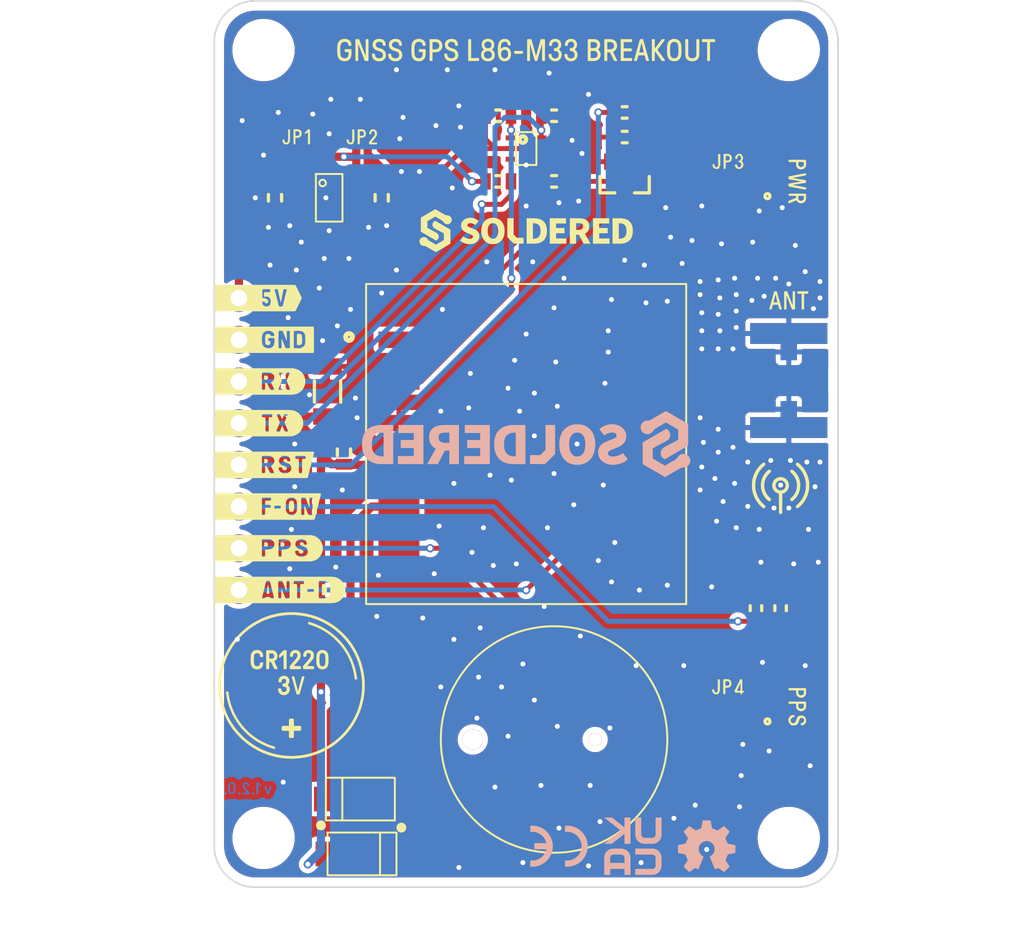
<source format=kicad_pcb>
(kicad_pcb (version 20211014) (generator pcbnew)
  (title_block (title "GNSS GPS L86-M33 breakout") (date "2022-12-08") (rev "V1.2.0") (company "SOLDERED") (comment 1 "333201"))
  (layers (0 "F.Cu" signal) (31 "B.Cu" signal) (34 "B.Paste" user) (35 "F.Paste" user) (36 "B.SilkS" user "B.Silkscreen") (37 "F.SilkS" user "F.Silkscreen") (38 "B.Mask" user) (39 "F.Mask" user) (44 "Edge.Cuts" user))
  (net 0 "")
  (net 1 "GND")
  (net 2 "3V3")
  (net 3 "Net-(C3-Pad2)")
  (net 4 "V_BCKP")
  (net 5 "Net-(D2-Pad1)")
  (net 6 "5V")
  (net 7 "ANT")
  (net 8 "ANT_DET")
  (net 9 "PPS")
  (net 10 "FORCE_ON")
  (net 11 "RESET")
  (net 12 "TX5")
  (net 13 "RX5")
  (net 14 "Net-(Q1-Pad1)")
  (net 15 "Net-(Q1-Pad3)")
  (net 16 "Net-(R1-Pad2)")
  (net 17 "TX3V3")
  (net 18 "RX3V3")
  (net 21 "Net-(D3-Pad1)")
  (net 22 "Net-(D4-Pad1)")
  (net 23 "Net-(JP3-Pad2)")
  (net 24 "Net-(JP4-Pad2)")
  (footprint "e-radionica.com footprinti:CR1220_HOLDER" (layer "F.Cu") (at 119.7 131 -90)
    (fp_text reference "K2")
    (fp_text value "CR1220_HOLDER")
  )
  (footprint "e-radionica.com footprinti:0603R" (layer "F.Cu") (at 125 94.3 180)
    (fp_text reference "R6")
    (fp_text value "47k")
  )
  (footprint "e-radionica.com footprinti:HOLE_3.2mm" (layer "F.Cu") (at 135 89)
    (fp_text reference "H3" hide)
    (fp_text value "HOLE_3.2mm" hide)
  )
  (footprint "e-radionica.com footprinti:0402R" (layer "F.Cu") (at 133 129 90)
    (fp_text reference "R10")
    (fp_text value "2k2")
  )
  (footprint "e-radionica.com footprinti:SOT-23-5" (layer "F.Cu") (at 107 98)
    (fp_text reference "U3")
    (fp_text value "SE5218")
  )
  (footprint "buzzardLabel" (layer "F.Cu") (at 135.5 97 -90)
    (fp_text reference "")
    (fp_text value "")
  )
  (footprint "e-radionica.com footprinti:0603C" (layer "F.Cu") (at 103.7 98 90)
    (fp_text reference "C3")
    (fp_text value "2u2")
  )
  (footprint "e-radionica.com footprinti:SMD-JUMPER-CONNECTED_TRACE_SLODERMASK" (layer "F.Cu") (at 131.3 97)
    (fp_text reference "JP3")
    (fp_text value "SMD-JUMPER-CONNECTED_TRACE_SLODERMASK")
  )
  (footprint "Soldered Graphics:Logo-Back-UKCA-3.5mm" (layer "F.Cu") (at 125.5 137.5)
    (fp_text reference "REF**" hide)
    (fp_text value "Logo-Back-UKCA-3.5mm" hide)
  )
  (footprint "e-radionica.com footprinti:0603C" (layer "F.Cu") (at 107.9 113.5 -90)
    (fp_text reference "C1")
    (fp_text value "100n")
  )
  (footprint "e-radionica.com footprinti:SOT-23-3" (layer "F.Cu") (at 125 97 -90)
    (fp_text reference "Q1")
    (fp_text value "NPN-SOT-23-3")
  )
  (footprint "buzzardLabel" (layer "F.Cu") (at 135.5 129 -90)
    (fp_text reference "")
    (fp_text value "")
  )
  (footprint "e-radionica.com footprinti:0603R" (layer "F.Cu") (at 117.3 97)
    (fp_text reference "R4")
    (fp_text value "10k")
  )
  (footprint "buzzardLabel" (layer "F.Cu") (at 99.6 121.89)
    (fp_text reference "")
    (fp_text value "")
  )
  (footprint "e-radionica.com footprinti:0603C" (layer "F.Cu") (at 110.2 98 90)
    (fp_text reference "C4")
    (fp_text value "2u2")
  )
  (footprint "Soldered Graphics:Logo-Back-CE-3.5mm" (layer "F.Cu") (at 121 137.5)
    (fp_text reference "REF**" hide)
    (fp_text value "Logo-Back-CE-3.5mm" hide)
  )
  (footprint "Soldered Graphics:Symbol-Front-CR1220" (layer "F.Cu") (at 104.7 127.7)
    (fp_text reference "REF**" hide)
    (fp_text value "Symbol-Front-CR1220" hide)
  )
  (footprint "kibuzzard-6391DAF4" (layer "F.Cu") (at 119 89)
    (fp_text reference "kibuzzard-6391DAF4" hide)
    (fp_text value "G***" hide)
  )
  (footprint "e-radionica.com footprinti:SMD-JUMPER-CONNECTED_TRACE_SLODERMASK" (layer "F.Cu") (at 131.3 129)
    (fp_text reference "JP4")
    (fp_text value "SMD-JUMPER-CONNECTED_TRACE_SLODERMASK")
  )
  (footprint "kibuzzard-62FB46FA" (layer "F.Cu") (at 135 104.25)
    (fp_text reference "kibuzzard-62FB46FA" hide)
    (fp_text value "G***" hide)
  )
  (footprint "buzzardLabel" (layer "F.Cu") (at 105 94.3)
    (fp_text reference "")
    (fp_text value "")
  )
  (footprint "e-radionica.com footprinti:0603R" (layer "F.Cu") (at 134.5 123 -90)
    (fp_text reference "R5")
    (fp_text value "10k")
  )
  (footprint "Soldered Graphics:Logo-Back-OSH-3.5mm" (layer "F.Cu") (at 130 137.5)
    (fp_text reference "G***" hide)
    (fp_text value "LOGO" hide)
  )
  (footprint "e-radionica.com footprinti:SOT-363" (layer "F.Cu") (at 119 95)
    (fp_text reference "U1")
    (fp_text value "NMOS-DUAL")
  )
  (footprint "e-radionica.com footprinti:0603R" (layer "F.Cu") (at 117.3 93)
    (fp_text reference "R3")
    (fp_text value "10k")
  )
  (footprint "e-radionica.com footprinti:0402R" (layer "F.Cu") (at 133 97 90)
    (fp_text reference "R9")
    (fp_text value "2k2")
  )
  (footprint "e-radionica.com footprinti:HEADER_MALE_8X1" (layer "F.Cu") (at 101.5 113 90)
    (fp_text reference "K3")
    (fp_text value "HEADER_MALE_8X1")
  )
  (footprint "buzzardLabel" (layer "F.Cu") (at 99.6 114.27)
    (fp_text reference "")
    (fp_text value "")
  )
  (footprint "Soldered Graphics:Logo-Front-SolderedFULL-13mm" (layer "F.Cu") (at 119 100)
    (fp_text reference "REF**" hide)
    (fp_text value "Logo-Front-SolderedFULL-13mm" hide)
  )
  (footprint "e-radionica.com footprinti:M4_DIODA" (layer "F.Cu") (at 109 137.97)
    (fp_text reference "D1")
    (fp_text value "M4_DIODA")
  )
  (footprint "buzzardLabel" (layer "F.Cu") (at 99.6 109.19)
    (fp_text reference "")
    (fp_text value "")
  )
  (footprint "e-radionica.com footprinti:0402LED" (layer "F.Cu") (at 134.3 129 -90)
    (fp_text reference "D4")
    (fp_text value "blue")
  )
  (footprint "buzzardLabel" (layer "F.Cu") (at 99.6 111.73)
    (fp_text reference "")
    (fp_text value "")
  )
  (footprint "e-radionica.com footprinti:0603R" (layer "F.Cu") (at 125 92.8)
    (fp_text reference "R2")
    (fp_text value "4k7")
  )
  (footprint "e-radionica.com footprinti:L86-M33" (layer "F.Cu") (at 119 113 180)
    (fp_text reference "U2")
    (fp_text value "L86-M33")
  )
  (footprint "buzzardLabel" (layer "F.Cu") (at 109 94.3)
    (fp_text reference "")
    (fp_text value "")
  )
  (footprint "buzzardLabel" (layer "F.Cu") (at 131.3 95.8)
    (fp_text reference "")
    (fp_text value "")
  )
  (footprint "e-radionica.com footprinti:SMD-JUMPER-CONNECTED_TRACE_SLODERMASK" (layer "F.Cu") (at 105 95.5)
    (fp_text reference "JP1")
    (fp_text value "SMD-JUMPER-CONNECTED_TRACE_SLODERMASK")
  )
  (footprint "buzzardLabel" (layer "F.Cu") (at 99.6 116.81)
    (fp_text reference "")
    (fp_text value "")
  )
  (footprint "e-radionica.com footprinti:HOLE_3.2mm" (layer "F.Cu") (at 135 137)
    (fp_text reference "H4" hide)
    (fp_text value "HOLE_3.2mm" hide)
  )
  (footprint "e-radionica.com footprinti:HOLE_3.2mm" (layer "F.Cu") (at 103 89)
    (fp_text reference "H2" hide)
    (fp_text value "HOLE_3.2mm" hide)
  )
  (footprint "e-radionica.com footprinti:IPX connector with SMA" (layer "F.Cu") (at 135 112 90)
    (fp_text reference "K1")
    (fp_text value "IPX connector with SMA")
  )
  (footprint "e-radionica.com footprinti:0603R" (layer "F.Cu") (at 133 123 90)
    (fp_text reference "R1")
    (fp_text value "5k1")
  )
  (footprint "e-radionica.com footprinti:1206C" (layer "F.Cu") (at 106.9 109.8 -90)
    (fp_text reference "C2")
    (fp_text value "10u")
  )
  (footprint "buzzardLabel" (layer "F.Cu") (at 99.6 104.11)
    (fp_text reference "")
    (fp_text value "")
  )
  (footprint "buzzardLabel" (layer "F.Cu") (at 131.3 127.8)
    (fp_text reference "")
    (fp_text value "")
  )
  (footprint "e-radionica.com footprinti:0603R" (layer "F.Cu") (at 120.7 97)
    (fp_text reference "R8")
    (fp_text value "10k")
  )
  (footprint "buzzardLabel" (layer "F.Cu") (at 99.6 119.35)
    (fp_text reference "")
    (fp_text value "")
  )
  (footprint "e-radionica.com footprinti:SMD_JUMPER" (layer "F.Cu") (at 109 95.5)
    (fp_text reference "JP2")
    (fp_text value "SMD_JUMPER")
  )
  (footprint "e-radionica.com footprinti:0402LED" (layer "F.Cu") (at 134.3 97 -90)
    (fp_text reference "D3")
    (fp_text value "purple")
  )
  (footprint "e-radionica.com footprinti:FIDUCIAL_23" (layer "F.Cu") (at 115.3 136.7)
    (fp_text reference "FD1")
    (fp_text value "FIDUCIAL")
  )
  (footprint "buzzardLabel" (layer "F.Cu") (at 99.6 106.65)
    (fp_text reference "")
    (fp_text value "")
  )
  (footprint "e-radionica.com footprinti:HOLE_3.2mm" (layer "F.Cu") (at 103 137)
    (fp_text reference "H1" hide)
    (fp_text value "HOLE_3.2mm" hide)
  )
  (footprint "e-radionica.com footprinti:M4_DIODA" (layer "F.Cu") (at 108.9 134.63 180)
    (fp_text reference "D2")
    (fp_text value "M4_DIODA")
  )
  (footprint "e-radionica.com footprinti:0603R" (layer "F.Cu") (at 120.7 93)
    (fp_text reference "R7")
    (fp_text value "10k")
  )
  (footprint "Soldered Graphics:Symbol-Front-Antenna" (layer "F.Cu") (at 134.5 115.7)
    (fp_text reference "G***" hide)
    (fp_text value "LOGO" hide)
  )
  (footprint "Soldered Graphics:Logo-Back-SolderedFULL-20mm" (layer "F.Cu") (at 119 113)
    (fp_text reference "REF**" hide)
    (fp_text value "Logo-Front-SolderedFULL-20mm" hide)
  )
  (footprint "Soldered Graphics:Version1.2.0" (layer "B.Cu") (at 102 134 180)
    (fp_text reference "REF**" hide)
    (fp_text value "Version1.2.0" hide)
  )
  (gr_line (start 102.5 86) (end 135.5 86) (layer "Edge.Cuts") (width 0.1))
  (gr_line (start 138 88.5) (end 138 137.5) (layer "Edge.Cuts") (width 0.1))
  (gr_arc (start 138 137.5) (mid 137.267767 139.267767) (end 135.5 140) (layer "Edge.Cuts") (width 0.1))
  (gr_line (start 135.5 140) (end 102.5 140) (layer "Edge.Cuts") (width 0.1))
  (gr_arc (start 102.5 140) (mid 100.732233 139.267767) (end 100 137.5) (layer "Edge.Cuts") (width 0.1))
  (gr_arc (start 100 88.5) (mid 100.732233 86.732233) (end 102.5 86) (layer "Edge.Cuts") (width 0.1))
  (gr_arc (start 135.5 86) (mid 137.267767 86.732233) (end 138 88.5) (layer "Edge.Cuts") (width 0.1))
  (gr_line (start 100 137.5) (end 100 88.5) (layer "Edge.Cuts") (width 0.1))
  (via (at 103.9 92.8) (size 0.5) (drill 0.3) (layers "F.Cu" "B.Cu") (net 1))
  (via (at 106 92.9) (size 0.5) (drill 0.3) (layers "F.Cu" "B.Cu") (net 1))
  (via (at 114.9 92.4) (size 0.5) (drill 0.3) (layers "F.Cu" "B.Cu") (net 1))
  (via (at 107.5 105.8) (size 0.5) (drill 0.3) (layers "F.Cu" "B.Cu") (net 1))
  (via (at 129.6 103.1) (size 0.5) (drill 0.3) (layers "F.Cu" "B.Cu") (net 1))
  (via (at 122.8 91.7) (size 0.5) (drill 0.3) (layers "F.Cu" "B.Cu") (net 1))
  (via (at 107 94.1) (size 0.5) (drill 0.3) (layers "F.Cu" "B.Cu") (net 1))
  (via (at 120.7 114.8) (size 0.5) (drill 0.3) (layers "F.Cu" "B.Cu") (net 1))
  (via (at 111.1 102.4) (size 0.5) (drill 0.3) (layers "F.Cu" "B.Cu") (net 1))
  (via (at 130.8 104.1) (size 0.5) (drill 0.3) (layers "F.Cu" "B.Cu") (net 1))
  (via (at 130.7 107.2) (size 0.5) (drill 0.3) (layers "F.Cu" "B.Cu") (net 1))
  (via (at 119 96) (size 0.5) (drill 0.3) (layers "F.Cu" "B.Cu") (net 1))
  (via (at 107.4 120.5) (size 0.5) (drill 0.3) (layers "F.Cu" "B.Cu") (net 1))
  (via (at 120.3 118.1) (size 0.5) (drill 0.3) (layers "F.Cu" "B.Cu") (net 1))
  (via (at 124.2 104.2) (size 0.5) (drill 0.3) (layers "F.Cu" "B.Cu") (net 1))
  (via (at 123.5 136) (size 0.5) (drill 0.3) (layers "F.Cu" "B.Cu") (net 1))
  (via (at 125 101.8) (size 0.5) (drill 0.3) (layers "F.Cu" "B.Cu") (net 1))
  (via (at 124.1 130.3) (size 0.5) (drill 0.3) (layers "F.Cu" "B.Cu") (net 1))
  (via (at 132.5 114.1) (size 0.5) (drill 0.3) (layers "F.Cu" "B.Cu") (net 1))
  (via (at 131 116.5) (size 0.5) (drill 0.3) (layers "F.Cu" "B.Cu") (net 1))
  (via (at 123.8 109.3) (size 0.5) (drill 0.3) (layers "F.Cu" "B.Cu") (net 1))
  (via (at 136.9 114.1) (size 0.5) (drill 0.3) (layers "F.Cu" "B.Cu") (net 1))
  (via (at 136.9 103.1) (size 0.5) (drill 0.3) (layers "F.Cu" "B.Cu") (net 1))
  (via (at 118.1 115.2) (size 0.5) (drill 0.3) (layers "F.Cu" "B.Cu") (net 1))
  (via (at 133.2 98.8) (size 0.5) (drill 0.3) (layers "F.Cu" "B.Cu") (net 1))
  (via (at 113.4 120.9) (size 0.5) (drill 0.3) (layers "F.Cu" "B.Cu") (net 1))
  (via (at 130.5 115.1) (size 0.5) (drill 0.3) (layers "F.Cu" "B.Cu") (net 1))
  (via (at 120.1 122.9) (size 0.5) (drill 0.3) (layers "F.Cu" "B.Cu") (net 1))
  (via (at 105 102.4) (size 0.5) (drill 0.3) (layers "F.Cu" "B.Cu") (net 1))
  (via (at 113.8 127.8) (size 0.5) (drill 0.3) (layers "F.Cu" "B.Cu") (net 1))
  (via (at 114.6 115.4) (size 0.5) (drill 0.3) (layers "F.Cu" "B.Cu") (net 1))
  (via (at 136.5 104.75) (size 0.5) (drill 0.3) (layers "F.Cu" "B.Cu") (net 1))
  (via (at 115.6 108.7) (size 0.5) (drill 0.3) (layers "F.Cu" "B.Cu") (net 1))
  (via (at 136.8 120.2) (size 0.5) (drill 0.3) (layers "F.Cu" "B.Cu") (net 1))
  (via (at 103.3 99.8) (size 0.5) (drill 0.3) (layers "F.Cu" "B.Cu") (net 1))
  (via (at 116.6 101.9) (size 0.5) (drill 0.3) (layers "F.Cu" "B.Cu") (net 1))
  (via (at 101.7 93.3) (size 0.5) (drill 0.3) (layers "F.Cu" "B.Cu") (net 1))
  (via (at 117 120.4) (size 0.5) (drill 0.3) (layers "F.Cu" "B.Cu") (net 1))
  (via (at 128.6 126.5) (size 0.5) (drill 0.3) (layers "F.Cu" "B.Cu") (net 1))
  (via (at 124.2 121.4) (size 0.5) (drill 0.3) (layers "F.Cu" "B.Cu") (net 1))
  (via (at 122.9 133.8) (size 0.5) (drill 0.3) (layers "F.Cu" "B.Cu") (net 1))
  (via (at 122.2 98.2) (size 0.5) (drill 0.3) (layers "F.Cu" "B.Cu") (net 1))
  (via (at 110 121) (size 0.5) (drill 0.3) (layers "F.Cu" "B.Cu") (net 1))
  (via (at 120.9 110.7) (size 0.5) (drill 0.3) (layers "F.Cu" "B.Cu") (net 1))
  (via (at 130.7 113.5) (size 0.5) (drill 0.3) (layers "F.Cu" "B.Cu") (net 1))
  (via (at 118.8 138.5) (size 0.5) (drill 0.3) (layers "F.Cu" "B.Cu") (net 1))
  (via (at 129.7 98.5) (size 0.5) (drill 0.3) (layers "F.Cu" "B.Cu") (net 1))
  (via (at 113.7 118) (size 0.5) (drill 0.3) (layers "F.Cu" "B.Cu") (net 1))
  (via (at 105.3 100.7) (size 0.5) (drill 0.3) (layers "F.Cu" "B.Cu") (net 1))
  (via (at 129.7 114.4) (size 0.5) (drill 0.3) (layers "F.Cu" "B.Cu") (net 1))
  (via (at 106.7 101.7) (size 0.5) (drill 0.3) (layers "F.Cu" "B.Cu") (net 1))
  (via (at 103 95.4) (size 0.5) (drill 0.3) (layers "F.Cu" "B.Cu") (net 1))
  (via (at 118.8 126.4) (size 0.5) (drill 0.3) (layers "F.Cu" "B.Cu") (net 1))
  (via (at 121.3 102.9) (size 0.5) (drill 0.3) (layers "F.Cu" "B.Cu") (net 1))
  (via (at 119.5 128.6) (size 0.5) (drill 0.3) (layers "F.Cu" "B.Cu") (net 1))
  (via (at 126.2 102.1) (size 0.5) (drill 0.3) (layers "F.Cu" "B.Cu") (net 1))
  (via (at 135.4 100.9) (size 0.5) (drill 0.3) (layers "F.Cu" "B.Cu") (net 1))
  (via (at 121.9 116.7) (size 0.5) (drill 0.3) (layers "F.Cu" "B.Cu") (net 1))
  (via (at 107 100) (size 0.5) (drill 0.3) (layers "F.Cu" "B.Cu") (net 1))
  (via (at 131.8 104.9) (size 0.5) (drill 0.3) (layers "F.Cu" "B.Cu") (net 1))
  (via (at 121 98.3) (size 0.5) (drill 0.3) (layers "F.Cu" "B.Cu") (net 1))
  (via (at 115.7 119.6) (size 0.5) (drill 0.3) (layers "F.Cu" "B.Cu") (net 1))
  (via (at 114.9 138.8) (size 0.5) (drill 0.3) (layers "F.Cu" "B.Cu") (net 1))
  (via (at 131.6 113.2) (size 0.5) (drill 0.3) (layers "F.Cu" "B.Cu") (net 1))
  (via (at 118.3 107.9) (size 0.5) (drill 0.3) (layers "F.Cu" "B.Cu") (net 1))
  (via (at 131.7 115.4) (size 0.5) (drill 0.3) (layers "F.Cu" "B.Cu") (net 1))
  (via (at 117.9 130.8) (size 0.5) (drill 0.3) (layers "F.Cu" "B.Cu") (net 1))
  (via (at 121 136.4) (size 0.5) (drill 0.3) (layers "F.Cu" "B.Cu") (net 1))
  (via (at 127.5 98.6) (size 0.5) (drill 0.3) (layers "F.Cu" "B.Cu") (net 1))
  (via (at 120.7 104.7) (size 0.5) (drill 0.3) (layers "F.Cu" "B.Cu") (net 1))
  (via (at 119.4 101.9) (size 0.5) (drill 0.3) (layers "F.Cu" "B.Cu") (net 1))
  (via (at 111.1 90.2) (size 0.5) (drill 0.3) (layers "F.Cu" "B.Cu") (net 1))
  (via (at 120.4 90.4) (size 0.5) (drill 0.3) (layers "F.Cu" "B.Cu") (net 1))
  (via (at 124.4 119) (size 0.5) (drill 0.3) (layers "F.Cu" "B.Cu") (net 1))
  (via (at 116.4 118.1) (size 0.5) (drill 0.3) (layers "F.Cu" "B.Cu") (net 1))
  (via (at 132.8 100.7) (size 0.5) (drill 0.3) (layers "F.Cu" "B.Cu") (net 1))
  (via (at 113.8 111) (size 0.5) (drill 0.3) (layers "F.Cu" "B.Cu") (net 1))
  (via (at 123.7 115.5) (size 0.5) (drill 0.3) (layers "F.Cu" "B.Cu") (net 1))
  (via (at 119 98.5) (size 0.5) (drill 0.3) (layers "F.Cu" "B.Cu") (net 1))
  (via (at 130.8 106.1) (size 0.5) (drill 0.3) (layers "F.Cu" "B.Cu") (net 1))
  (via (at 133.2 118.2) (size 0.5) (drill 0.3) (layers "F.Cu" "B.Cu") (net 1))
  (via (at 118.6 111) (size 0.5) (drill 0.3) (layers "F.Cu" "B.Cu") (net 1))
  (via (at 104.6 99.7) (size 0.5) (drill 0.3) (layers "F.Cu" "B.Cu") (net 1))
  (via (at 125.9 121.9) (size 0.5) (drill 0.3) (layers "F.Cu" "B.Cu") (net 1))
  (via (at 129.8 112.9) (size 0.5) (drill 0.3) (layers "F.Cu" "B.Cu") (net 1))
  (via (at 120.9 130.2) (size 0.5) (drill 0.3) (layers "F.Cu" "B.Cu") (net 1))
  (via (at 133.5 104) (size 0.5) (drill 0.3) (layers "F.Cu" "B.Cu") (net 1))
  (via (at 116.1 127.2) (size 0.5) (drill 0.3) (layers "F.Cu" "B.Cu") (net 1))
  (via (at 128.5 102) (size 0.5) (drill 0.3) (layers "F.Cu" "B.Cu") (net 1))
  (via (at 122.8 138.7) (size 0.5) (drill 0.3) (layers "F.Cu" "B.Cu") (net 1))
  (via (at 131.7 102.9) (size 0.5) (drill 0.3) (layers "F.Cu" "B.Cu") (net 1))
  (via (at 108.7 111.4) (size 0.5) (drill 0.3) (layers "F.Cu" "B.Cu") (net 1))
  (via (at 120.8 108) (size 0.5) (drill 0.3) (layers "F.Cu" "B.Cu") (net 1))
  (via (at 113.9 104.8) (size 0.5) (drill 0.3) (layers "F.Cu" "B.Cu") (net 1))
  (via (at 105.8 110) (size 0.5) (drill 0.3) (layers "F.Cu" "B.Cu") (net 1))
  (via (at 129.7 106.1) (size 0.5) (drill 0.3) (layers "F.Cu" "B.Cu") (net 1))
  (via (at 134.6 98.6) (size 0.5) (drill 0.3) (layers "F.Cu" "B.Cu") (net 1))
  (via (at 111.4 96.4) (size 0.5) (drill 0.3) (layers "F.Cu" "B.Cu") (net 1))
  (via (at 106.4 103.5) (size 0.5) (drill 0.3) (layers "F.Cu" "B.Cu") (net 1))
  (via (at 108.6 110.2) (size 0.5) (drill 0.3) (layers "F.Cu" "B.Cu") (net 1))
  (via (at 135.3 120.3) (size 0.5) (drill 0.3) (layers "F.Cu" "B.Cu") (net 1))
  (via (at 115 93.7) (size 0.5) (drill 0.3) (layers "F.Cu" "B.Cu") (net 1))
  (via (at 106.6 106.7) (size 0.5) (drill 0.3) (layers "F.Cu" "B.Cu") (net 1))
  (via (at 108.2 101.7) (size 0.5) (drill 0.3) (layers "F.Cu" "B.Cu") (net 1))
  (via (at 104.2 133.6) (size 0.5) (drill 0.3) (layers "F.Cu" "B.Cu") (net 1))
  (via (at 110.2 103.8) (size 0.5) (drill 0.3) (layers "F.Cu" "B.Cu") (net 1))
  (via (at 122.1 113) (size 0.5) (drill 0.3) (layers "F.Cu" "B.Cu") (net 1))
  (via (at 119.5 109.9) (size 0.5) (drill 0.3) (layers "F.Cu" "B.Cu") (net 1))
  (via (at 107.8 115.8) (size 0.5) (drill 0.3) (layers "F.Cu" "B.Cu") (net 1))
  (via (at 124 106.1) (size 0.5) (drill 0.3) (layers "F.Cu" "B.Cu") (net 1))
  (via (at 133.3 120.2) (size 0.5) (drill 0.3) (layers "F.Cu" "B.Cu") (net 1))
  (via (at 121.8 94.5) (size 0.5) (drill 0.3) (layers "F.Cu" "B.Cu") (net 1))
  (via (at 136 126.5) (size 0.5) (drill 0.3) (layers "F.Cu" "B.Cu") (net 1))
  (via (at 106.8 98) (size 0.5) (drill 0.3) (layers "F.Cu" "B.Cu") (net 1))
  (via (at 104.7 118.2) (size 0.5) (drill 0.3) (layers "F.Cu" "B.Cu") (net 1))
  (via (at 132.75 104.25) (size 0.5) (drill 0.3) (layers "F.Cu" "B.Cu") (net 1))
  (via (at 113.5 93.6) (size 0.5) (drill 0.3) (layers "F.Cu" "B.Cu") (net 1))
  (via (at 134.1 116.9) (size 0.5) (drill 0.3) (layers "F.Cu" "B.Cu") (net 1))
  (via (at 118.4 120.3) (size 0.5) (drill 0.3) (layers "F.Cu" "B.Cu") (net 1))
  (via (at 130.6 117.7) (size 0.5) (drill 0.3) (layers "F.Cu" "B.Cu") (net 1))
  (via (at 133.8 131.7) (size 0.5) (drill 0.3) (layers "F.Cu" "B.Cu") (net 1))
  (via (at 104.6 120.6) (size 0.5) (drill 0.3) (layers "F.Cu" "B.Cu") (net 1))
  (via (at 135 116.9) (size 0.5) (drill 0.3) (layers "F.Cu" "B.Cu") (net 1))
  (via (at 133.4 126.3) (size 0.5) (drill 0.3) (layers "F.Cu" "B.Cu") (net 1))
  (via (at 101.4 124.9) (size 0.5) (drill 0.3) (layers "F.Cu" "B.Cu") (net 1))
  (via (at 131.8 103.9) (size 0.5) (drill 0.3) (layers "F.Cu" "B.Cu") (net 1))
  (via (at 129.1 100.6) (size 0.5) (drill 0.3) (layers "F.Cu" "B.Cu") (net 1))
  (via (at 117.5 127.8) (size 0.5) (drill 0.3) (layers "F.Cu" "B.Cu") (net 1))
  (via (at 132.1 133.2) (size 0.5) (drill 0.3) (layers "F.Cu" "B.Cu") (net 1))
  (via (at 114.5 97.4) (size 0.5) (drill 0.3) (layers "F.Cu" "B.Cu") (net 1))
  (via (at 136.3 132.6) (size 0.5) (drill 0.3) (layers "F.Cu" "B.Cu") (net 1))
  (via (at 130.9 100.8) (size 0.5) (drill 0.3) (layers "F.Cu" "B.Cu") (net 1))
  (via (at 134.5 115.5) (size 0.5) (drill 0.3) (layers "F.Cu" "B.Cu") (net 1))
  (via (at 133.9 114) (size 0.5) (drill 0.3) (layers "F.Cu" "B.Cu") (net 1))
  (via (at 119.9 133.8) (size 0.5) (drill 0.3) (layers "F.Cu" "B.Cu") (net 1))
  (via (at 136.6 115.6) (size 0.5) (drill 0.3) (layers "F.Cu" "B.Cu") (net 1))
  (via (at 129.3 135) (size 0.5) (drill 0.3) (layers "F.Cu" "B.Cu") (net 1))
  (via (at 130.7 105.1) (size 0.5) (drill 0.3) (layers "F.Cu" "B.Cu") (net 1))
  (via (at 130.7 112.1) (size 0.5) (drill 0.3) (layers "F.Cu" "B.Cu") (net 1))
  (via (at 122.3 124.7) (size 0.5) (drill 0.3) (layers "F.Cu" "B.Cu") (net 1))
  (via (at 116.2 124.2) (size 0.5) (drill 0.3) (layers "F.Cu" "B.Cu") (net 1))
  (via (at 126 138.5) (size 0.5) (drill 0.3) (layers "F.Cu" "B.Cu") (net 1))
  (via (at 107.1 92) (size 0.5) (drill 0.3) (layers "F.Cu" "B.Cu") (net 1))
  (via (at 127.6 104.3) (size 0.5) (drill 0.3) (layers "F.Cu" "B.Cu") (net 1))
  (via (at 104.5 105.3) (size 0.5) (drill 0.3) (layers "F.Cu" "B.Cu") (net 1))
  (via (at 112.5 96.4) (size 0.5) (drill 0.3) (layers "F.Cu" "B.Cu") (net 1))
  (via (at 129.6 115.8) (size 0.5) (drill 0.3) (layers "F.Cu" "B.Cu") (net 1))
  (via (at 130.3 121.7) (size 0.5) (drill 0.3) (layers "F.Cu" "B.Cu") (net 1))
  (via (at 135.1 114) (size 0.5) (drill 0.3) (layers "F.Cu" "B.Cu") (net 1))
  (via (at 122.4 95.3) (size 0.5) (drill 0.3) (layers "F.Cu" "B.Cu") (net 1))
  (via (at 119 106.3) (size 0.5) (drill 0.3) (layers "F.Cu" "B.Cu") (net 1))
  (via (at 125.7 126.5) (size 0.5) (drill 0.3) (layers "F.Cu" "B.Cu") (net 1))
  (via (at 136.1 114.1) (size 0.5) (drill 0.3) (layers "F.Cu" "B.Cu") (net 1))
  (via (at 127.8 100.4) (size 0.5) (drill 0.3) (layers "F.Cu" "B.Cu") (net 1))
  (via (at 133.1 102.9) (size 0.5) (drill 0.3) (layers "F.Cu" "B.Cu") (net 1))
  (via (at 108.3 104.8) (size 0.5) (drill 0.3) (layers "F.Cu" "B.Cu") (net 1))
  (via (at 116.8 114.9) (size 0.5) (drill 0.3) (layers "F.Cu" "B.Cu") (net 1))
  (via (at 117.1 133.9) (size 0.5) (drill 0.3) (layers "F.Cu" "B.Cu") (net 1))
  (via (at 117.9 109.6) (size 0.5) (drill 0.3) (layers "F.Cu" "B.Cu") (net 1))
  (via (at 115.5 110.8) (size 0.5) (drill 0.3) (layers "F.Cu" "B.Cu") (net 1))
  (via (at 112.7 123.6) (size 0.5) (drill 0.3) (layers "F.Cu" "B.Cu") (net 1))
  (via (at 124 107.4) (size 0.5) (drill 0.3) (layers "F.Cu" "B.Cu") (net 1))
  (via (at 111.5 93.1) (size 0.5) (drill 0.3) (layers "F.Cu" "B.Cu") (net 1))
  (via (at 103.4 102.1) (size 0.5) (drill 0.3) (layers "F.Cu" "B.Cu") (net 1))
  (via (at 116 129.7) (size 0.5) (drill 0.3) (layers "F.Cu" "B.Cu") (net 1))
  (via (at 136 102.5) (size 0.5) (drill 0.3) (layers "F.Cu" "B.Cu") (net 1))
  (via (at 104.9 113) (size 0.5) (drill 0.3) (layers "F.Cu" "B.Cu") (net 1))
  (via (at 130 137.7) (size 0.5) (drill 0.3) (layers "F.Cu" "B.Cu") (net 1))
  (via (at 129.6 103.9) (size 0.5) (drill 0.3) (layers "F.Cu" "B.Cu") (net 1))
  (via (at 132.2 131.3) (size 0.5) (drill 0.3) (layers "F.Cu" "B.Cu") (net 1))
  (via (at 102.5 98) (size 0.5) (drill 0.3) (layers "F.Cu" "B.Cu") (net 1))
  (via (at 131.8 105.9) (size 0.5) (drill 0.3) (layers "F.Cu" "B.Cu") (net 1))
  (via (at 131.8 118.1) (size 0.5) (drill 0.3) (layers "F.Cu" "B.Cu") (net 1))
  (via (at 131.6 107.2) (size 0.5) (drill 0.3) (layers "F.Cu" "B.Cu") (net 1))
  (via (at 135 103.25) (size 0.5) (drill 0.3) (layers "F.Cu" "B.Cu") (net 1))
  (via (at 130.7 103) (size 0.5) (drill 0.3) (layers "F.Cu" "B.Cu") (net 1))
  (via (at 109.9 123.5) (size 0.5) (drill 0.3) (layers "F.Cu" "B.Cu") (net 1))
  (via (at 108.9 92) (size 0.5) (drill 0.3) (layers "F.Cu" "B.Cu") (net 1))
  (via (at 129.7 107.2) (size 0.5) (drill 0.3) (layers "F.Cu" "B.Cu") (net 1))
  (via (at 127.6 121.6) (size 0.5) (drill 0.3) (layers "F.Cu" "B.Cu") (net 1))
  (via (at 110.5 99.7) (size 0.5) (drill 0.3) (layers "F.Cu" "B.Cu") (net 1))
  (via (at 117.1 90.2) (size 0.5) (drill 0.3) (layers "F.Cu" "B.Cu") (net 1))
  (via (at 129.6 111.4) (size 0.5) (drill 0.3) (layers "F.Cu" "B.Cu") (net 1))
  (via (at 132.5 116.8) (size 0.5) (drill 0.3) (layers "F.Cu" "B.Cu") (net 1))
  (via (at 128 135.8) (size 0.5) (drill 0.3) (layers "F.Cu" "B.Cu") (net 1))
  (via (at 111.3 94.4) (size 0.5) (drill 0.3) (layers "F.Cu" "B.Cu") (net 1))
  (via (at 114.2 90.2) (size 0.5) (drill 0.3) (layers "F.Cu" "B.Cu") (net 1))
  (via (at 109.4 99.8) (size 0.5) (drill 0.3) (layers "F.Cu" "B.Cu") (net 1))
  (via (at 126.3 104.4) (size 0.5) (drill 0.3) (layers "F.Cu" "B.Cu") (net 1))
  (via (at 136.9 104.1) (size 0.5) (drill 0.3) (layers "F.Cu" "B.Cu") (net 1))
  (via (at 104.9 115.6) (size 0.5) (drill 0.3) (layers "F.Cu" "B.Cu") (net 1))
  (via (at 119.5 112.5) (size 0.5) (drill 0.3) (layers "F.Cu" "B.Cu") (net 1))
  (via (at 129.7 105) (size 0.5) (drill 0.3) (layers "F.Cu" "B.Cu") (net 1))
  (via (at 132 135.1) (size 0.5) (drill 0.3) (layers "F.Cu" "B.Cu") (net 1))
  (via (at 114.6 124.9) (size 0.5) (drill 0.3) (layers "F.Cu" "B.Cu") (net 1))
  (via (at 136.2 118.2) (size 0.5) (drill 0.3) (layers "F.Cu" "B.Cu") (net 1))
  (via (at 134.2 102.9) (size 0.5) (drill 0.3) (layers "F.Cu" "B.Cu") (net 1))
  (via (at 123.4 120.1) (size 0.5) (drill 0.3) (layers "F.Cu" "B.Cu") (net 1))
  (segment (start 112 99.5) (end 112 98) (width 0.5) (layer "F.Cu") (net 2))
  (segment (start 106.9 111.325) (end 105.125 111.325) (width 0.5) (layer "F.Cu") (net 2))
  (segment (start 106.5 113.6) (end 107.13 114.23) (width 0.5) (layer "F.Cu") (net 2))
  (segment (start 105.7 138.6) (end 106.33 137.97) (width 0.5) (layer "F.Cu") (net 2))
  (segment (start 104.6 106.9) (end 112 99.5) (width 0.5) (layer "F.Cu") (net 2))
  (segment (start 119.92 95) (end 118.08 95) (width 0.3) (layer "F.Cu") (net 2))
  (segment (start 106.33 137.97) (end 107 137.97) (width 0.5) (layer "F.Cu") (net 2))
  (segment (start 107.13 114.23) (end 107.9 114.23) (width 0.5) (layer "F.Cu") (net 2))
  (segment (start 110.2 96.2) (end 110.2 97.27) (width 0.5) (layer "F.Cu") (net 2))
  (segment (start 121.475 95.875) (end 121.475 97) (width 0.3) (layer "F.Cu") (net 2))
  (segment (start 112.93 97.27) (end 111.27 97.27) (width 0.3) (layer "F.Cu") (net 2))
  (segment (start 105.125 111.325) (end 104.6 110.8) (width 0.5) (layer "F.Cu") (net 2))
  (segment (start 104.6 110.8) (end 104.6 106.9) (width 0.5) (layer "F.Cu") (net 2))
  (segment (start 111.27 97.27) (end 110 97.27) (width 0.5) (layer "F.Cu") (net 2))
  (segment (start 117.1 95) (end 115.2 95) (width 0.3) (layer "F.Cu") (net 2))
  (segment (start 117.1 95) (end 116.525 94.425) (width 0.3) (layer "F.Cu") (net 2))
  (segment (start 115.2 95) (end 112.93 97.27) (width 0.3) (layer "F.Cu") (net 2))
  (segment (start 109.5 95.5) (end 110.2 96.2) (width 0.5) (layer "F.Cu") (net 2))
  (segment (start 106.5 121.9) (end 106.5 128.1) (width 0.5) (layer "F.Cu") (net 2))
  (segment (start 116.525 94.425) (end 116.525 93) (width 0.3) (layer "F.Cu") (net 2))
  (segment (start 121.475 97) (end 130.95 97) (width 0.3) (layer "F.Cu") (net 2))
  (segment (start 118.08 95) (end 117.1 95) (width 0.3) (layer "F.Cu") (net 2))
  (segment (start 112 98) (end 111.27 97.27) (width 0.5) (layer "F.Cu") (net 2))
  (segment (start 111.25 114.27) (end 107.94 114.27) (width 0.5) (layer "F.Cu") (net 2))
  (segment (start 106.9 111.325) (end 106.5 111.725) (width 0.5) (layer "F.Cu") (net 2))
  (segment (start 119.92 95) (end 120.6 95) (width 0.3) (layer "F.Cu") (net 2))
  (segment (start 120.6 95) (end 121.475 95.875) (width 0.3) (layer "F.Cu") (net 2))
  (segment (start 107.94 114.27) (end 107.9 114.23) (width 0.5) (layer "F.Cu") (net 2))
  (segment (start 106.5 111.725) (end 106.5 113.6) (width 0.5) (layer "F.Cu") (net 2))
  (segment (start 109.35 95.5) (end 109.5 95.5) (width 0.5) (layer "F.Cu") (net 2))
  (segment (start 106.5 113.6) (end 106.5 121.9) (width 0.5) (layer "F.Cu") (net 2))
  (segment (start 109.15 97.05) (end 108.3 97.05) (width 0.5) (layer "F.Cu") (net 2))
  (segment (start 110.2 97.27) (end 109.37 97.27) (width 0.5) (layer "F.Cu") (net 2))
  (segment (start 109.37 97.27) (end 109.15 97.05) (width 0.5) (layer "F.Cu") (net 2))
  (via (at 106.5 128.1) (size 0.5) (drill 0.3) (layers "F.Cu" "B.Cu") (net 2))
  (via (at 105.7 138.6) (size 0.5) (drill 0.3) (layers "F.Cu" "B.Cu") (net 2))
  (segment (start 106.5 137.8) (end 106.5 128.1) (width 0.5) (layer "B.Cu") (net 2))
  (segment (start 105.7 138.6) (end 106.5 137.8) (width 0.5) (layer "B.Cu") (net 2))
  (segment (start 104.750489 97.05) (end 104.600489 97.2) (width 0.5) (layer "F.Cu") (net 3))
  (segment (start 104.6 95.5) (end 103.7 96.4) (width 0.5) (layer "F.Cu") (net 3))
  (segment (start 106.85 97.05) (end 105.7 97.05) (width 0.2) (layer "F.Cu") (net 3))
  (segment (start 107.449511 97.649511) (end 106.85 97.05) (width 0.2) (layer "F.Cu") (net 3))
  (segment (start 103.7 96.4) (end 103.7 97.27) (width 0.5) (layer "F.Cu") (net 3))
  (segment (start 105.7 97.05) (end 104.750489 97.05) (width 0.5) (layer "F.Cu") (net 3))
  (segment (start 105.7 98.95) (end 106.85 98.95) (width 0.2) (layer "F.Cu") (net 3))
  (segment (start 107.449511 98.350489) (end 107.449511 97.649511) (width 0.2) (layer "F.Cu") (net 3))
  (segment (start 104.65 95.5) (end 104.6 95.5) (width 0.5) (layer "F.Cu") (net 3))
  (segment (start 106.85 98.95) (end 107.449511 98.350489) (width 0.2) (layer "F.Cu") (net 3))
  (segment (start 103.77 97.2) (end 103.7 97.27) (width 0.5) (layer "F.Cu") (net 3))
  (segment (start 104.600489 97.2) (end 103.77 97.2) (width 0.5) (layer "F.Cu") (net 3))
  (segment (start 108.3 128.1) (end 107.1 129.3) (width 0.5) (layer "F.Cu") (net 4))
  (segment (start 109.59 116.81) (end 108.3 118.1) (width 0.5) (layer "F.Cu") (net 4))
  (segment (start 107.1 134.23) (end 106.8 134.53) (width 0.5) (layer "F.Cu") (net 4))
  (segment (start 107.1 129.3) (end 107.1 134.23) (width 0.5) (layer "F.Cu") (net 4))
  (segment (start 106.8 134.53) (end 106.8 134.57) (width 0.5) (layer "F.Cu") (net 4))
  (segment (start 111.25 116.81) (end 109.59 116.81) (width 0.5) (layer "F.Cu") (net 4))
  (segment (start 108.3 118.1) (end 108.3 128.1) (width 0.5) (layer "F.Cu") (net 4))
  (segment (start 106.8 134.57) (end 110.2 137.97) (width 0.5) (layer "F.Cu") (net 4))
  (segment (start 111.8 133.03) (end 110.3 134.53) (width 0.5) (layer "F.Cu") (net 5))
  (segment (start 111.8 132) (end 111.8 133.03) (width 0.5) (layer "F.Cu") (net 5))
  (segment (start 110.8 131) (end 111.8 132) (width 0.5) (layer "F.Cu") (net 5))
  (segment (start 121.475 91.775) (end 120.9 91.2) (width 0.3) (layer "F.Cu") (net 6))
  (segment (start 101.5 104.11) (end 101.5 95.5) (width 0.5) (layer "F.Cu") (net 6))
  (segment (start 116.525 97) (end 115.7 97) (width 0.3) (layer "F.Cu") (net 6))
  (segment (start 104.999022 94.2) (end 105.35 94.550978) (width 0.5) (layer "F.Cu") (net 6))
  (segment (start 111.5 91.2) (end 108.65 94.05) (width 0.3) (layer "F.Cu") (net 6))
  (segment (start 107.9 95.5) (end 108.65 95.5) (width 0.5) (layer "F.Cu") (net 6))
  (segment (start 121.475 93) (end 121.475 91.775) (width 0.3) (layer "F.Cu") (net 6))
  (segment (start 101.5 95.5) (end 102.8 94.2) (width 0.5) (layer "F.Cu") (net 6))
  (segment (start 105.35 94.550978) (end 105.35 95.5) (width 0.5) (layer "F.Cu") (net 6))
  (segment (start 120.9 91.2) (end 111.5 91.2) (width 0.3) (layer "F.Cu") (net 6))
  (segment (start 108.65 94.05) (end 108.65 95.5) (width 0.3) (layer "F.Cu") (net 6))
  (segment (start 107.9 95.5) (end 105.35 95.5) (width 0.5) (layer "F.Cu") (net 6))
  (segment (start 102.8 94.2) (end 104.999022 94.2) (width 0.5) (layer "F.Cu") (net 6))
  (via (at 115.7 97) (size 0.5) (drill 0.3) (layers "F.Cu" "B.Cu") (net 6))
  (via (at 107.9 95.5) (size 0.5) (drill 0.3) (layers "F.Cu" "B.Cu") (net 6))
  (segment (start 114.2 95.5) (end 115.7 97) (width 0.3) (layer "B.Cu") (net 6))
  (segment (start 107.9 95.5) (end 114.2 95.5) (width 0.3) (layer "B.Cu") (net 6))
  (segment (start 126.75 109.19) (end 135.945 109.19) (width 1.6) (layer "F.Cu") (net 7))
  (segment (start 119 121.9) (end 124.09 116.81) (width 0.3) (layer "F.Cu") (net 8))
  (segment (start 124.09 116.81) (end 126.75 116.81) (width 0.3) (layer "F.Cu") (net 8))
  (via (at 119 121.9) (size 0.5) (drill 0.3) (layers "F.Cu" "B.Cu") (net 8))
  (segment (start 118.99 121.89) (end 101.5 121.89) (width 0.3) (layer "B.Cu") (net 8))
  (segment (start 119 121.9) (end 118.99 121.89) (width 0.3) (layer "B.Cu") (net 8))
  (segment (start 114.05 119.35) (end 123.7 129) (width 0.3) (layer "F.Cu") (net 9))
  (segment (start 123.7 129) (end 130.95 129) (width 0.3) (layer "F.Cu") (net 9))
  (segment (start 111.25 119.35) (end 113.15 119.35) (width 0.3) (layer "F.Cu") (net 9))
  (segment (start 113.15 119.35) (end 114.05 119.35) (width 0.3) (layer "F.Cu") (net 9))
  (via (at 113.15 119.35) (size 0.5) (drill 0.3) (layers "F.Cu" "B.Cu") (net 9))
  (segment (start 101.5 119.35) (end 113.15 119.35) (width 0.3) (layer "B.Cu") (net 9))
  (segment (start 132.975 123.8) (end 133 123.775) (width 0.3) (layer "F.Cu") (net 10))
  (segment (start 131.9 123.8) (end 132.975 123.8) (width 0.3) (layer "F.Cu") (net 10))
  (via (at 131.9 123.8) (size 0.5) (drill 0.3) (layers "F.Cu" "B.Cu") (net 10))
  (segment (start 124 123.8) (end 131.9 123.8) (width 0.3) (layer "B.Cu") (net 10))
  (segment (start 101.5 116.81) (end 117.01 116.81) (width 0.3) (layer "B.Cu") (net 10))
  (segment (start 117.01 116.81) (end 122.4 122.2) (width 0.3) (layer "B.Cu") (net 10))
  (segment (start 122.4 122.2) (end 124 123.8) (width 0.3) (layer "B.Cu") (net 10))
  (segment (start 123.4 92.8) (end 124.225 92.8) (width 0.3) (layer "F.Cu") (net 11))
  (via (at 123.4 92.8) (size 0.5) (drill 0.3) (layers "F.Cu" "B.Cu") (net 11))
  (segment (start 123.4 99.2) (end 108.33 114.27) (width 0.3) (layer "B.Cu") (net 11))
  (segment (start 108.33 114.27) (end 101.5 114.27) (width 0.3) (layer "B.Cu") (net 11))
  (segment (start 123.4 92.8) (end 123.4 99.2) (width 0.3) (layer "B.Cu") (net 11))
  (segment (start 119.92 94.35) (end 119.92 93.88) (width 0.3) (layer "F.Cu") (net 12))
  (segment (start 119.92 93.88) (end 119.92 93.005) (width 0.3) (layer "F.Cu") (net 12))
  (segment (start 119.92 93.005) (end 119.925 93) (width 0.3) (layer "F.Cu") (net 12))
  (via (at 119.92 93.88) (size 0.5) (drill 0.3) (layers "F.Cu" "B.Cu") (net 12))
  (segment (start 101.5 111.73) (end 105.67 111.73) (width 0.3) (layer "B.Cu") (net 12))
  (segment (start 119.14 93.1) (end 119.92 93.88) (width 0.3) (layer "B.Cu") (net 12))
  (segment (start 117.1 93.7) (end 117.7 93.1) (width 0.3) (layer "B.Cu") (net 12))
  (segment (start 117.7 93.1) (end 119.14 93.1) (width 0.3) (layer "B.Cu") (net 12))
  (segment (start 105.67 111.73) (end 117.1 100.3) (width 0.3) (layer "B.Cu") (net 12))
  (segment (start 117.1 100.3) (end 117.1 93.7) (width 0.3) (layer "B.Cu") (net 12))
  (segment (start 117.5 98.4) (end 118.075 97.825) (width 0.3) (layer "F.Cu") (net 13))
  (segment (start 118.075 97.825) (end 118.075 97) (width 0.3) (layer "F.Cu") (net 13))
  (segment (start 116.3 98.4) (end 117.5 98.4) (width 0.3) (layer "F.Cu") (net 13))
  (segment (start 118.08 95.65) (end 118.08 96.995) (width 0.3) (layer "F.Cu") (net 13))
  (segment (start 118.08 96.995) (end 118.075 97) (width 0.3) (layer "F.Cu") (net 13))
  (via (at 116.3 98.4) (size 0.5) (drill 0.3) (layers "F.Cu" "B.Cu") (net 13))
  (segment (start 116.3 99.4) (end 116.3 98.4) (width 0.3) (layer "B.Cu") (net 13))
  (segment (start 106.51 109.19) (end 116.3 99.4) (width 0.3) (layer "B.Cu") (net 13))
  (segment (start 101.5 109.19) (end 106.51 109.19) (width 0.3) (layer "B.Cu") (net 13))
  (segment (start 125.95 95.8) (end 125.95 94.475) (width 0.3) (layer "F.Cu") (net 14))
  (segment (start 125.95 94.475) (end 125.775 94.3) (width 0.3) (layer "F.Cu") (net 14))
  (segment (start 125.775 92.8) (end 125.775 94.3) (width 0.3) (layer "F.Cu") (net 14))
  (segment (start 126.75 111.73) (end 123.23 111.73) (width 0.3) (layer "F.Cu") (net 15))
  (segment (start 122.3 102.5) (end 125 99.8) (width 0.3) (layer "F.Cu") (net 15))
  (segment (start 125 99.8) (end 125 98.2) (width 0.3) (layer "F.Cu") (net 15))
  (segment (start 122.3 110.8) (end 122.3 102.5) (width 0.3) (layer "F.Cu") (net 15))
  (segment (start 123.23 111.73) (end 122.3 110.8) (width 0.3) (layer "F.Cu") (net 15))
  (segment (start 134.5 122.225) (end 133 122.225) (width 0.3) (layer "F.Cu") (net 16))
  (segment (start 130.125 119.35) (end 133 122.225) (width 0.3) (layer "F.Cu") (net 16))
  (segment (start 126.75 119.35) (end 130.125 119.35) (width 0.3) (layer "F.Cu") (net 16))
  (segment (start 118.08 93.005) (end 118.075 93) (width 0.3) (layer "F.Cu") (net 17))
  (segment (start 118.08 94.35) (end 118.08 93.88) (width 0.3) (layer "F.Cu") (net 17))
  (segment (start 118.08 93.88) (end 118.08 93.005) (width 0.3) (layer "F.Cu") (net 17))
  (segment (start 118.1 102.9) (end 118.1 103.7) (width 0.3) (layer "F.Cu") (net 17))
  (segment (start 118.1 103.7) (end 112.61 109.19) (width 0.3) (layer "F.Cu") (net 17))
  (segment (start 112.61 109.19) (end 111.25 109.19) (width 0.3) (layer "F.Cu") (net 17))
  (via (at 118.1 102.9) (size 0.5) (drill 0.3) (layers "F.Cu" "B.Cu") (net 17))
  (via (at 118.08 93.88) (size 0.5) (drill 0.3) (layers "F.Cu" "B.Cu") (net 17))
  (segment (start 118.1 93.9) (end 118.08 93.88) (width 0.3) (layer "B.Cu") (net 17))
  (segment (start 118.1 102.9) (end 118.1 93.9) (width 0.3) (layer "B.Cu") (net 17))
  (segment (start 113.25 106.65) (end 119.925 99.975) (width 0.3) (layer "F.Cu") (net 18))
  (segment (start 119.92 95.65) (end 119.92 96.995) (width 0.3) (layer "F.Cu") (net 18))
  (segment (start 119.92 96.995) (end 119.925 97) (width 0.3) (layer "F.Cu") (net 18))
  (segment (start 111.25 106.65) (end 113.25 106.65) (width 0.3) (layer "F.Cu") (net 18))
  (segment (start 119.925 99.975) (end 119.925 97) (width 0.3) (layer "F.Cu") (net 18))
  (segment (start 133.05 96.45) (end 133 96.5) (width 0.254) (layer "F.Cu") (net 21))
  (segment (start 134.3 96.45) (end 133.05 96.45) (width 0.254) (layer "F.Cu") (net 21))
  (segment (start 134.25 128.5) (end 134.3 128.45) (width 0.3) (layer "F.Cu") (net 22))
  (segment (start 133 128.5) (end 134.25 128.5) (width 0.3) (layer "F.Cu") (net 22))
  (segment (start 131.65 97) (end 132.15 97.5) (width 0.254) (layer "F.Cu") (net 23))
  (segment (start 132.15 97.5) (end 133 97.5) (width 0.254) (layer "F.Cu") (net 23))
  (segment (start 132.15 129.5) (end 133 129.5) (width 0.3) (layer "F.Cu") (net 24))
  (segment (start 131.65 129) (end 132.15 129.5) (width 0.3) (layer "F.Cu") (net 24))
  (zone (net 1) (net_name "GND") (layers F&B.Cu) (connect_pads (clearance 0.3)) (min_thickness 0.254) (fill yes (thermal_gap 0.3) (thermal_bridge_width 0.3))
    (polygon (pts (xy 138 140) (xy 100 140) (xy 100 86) (xy 138 86)))
  )
)
</source>
